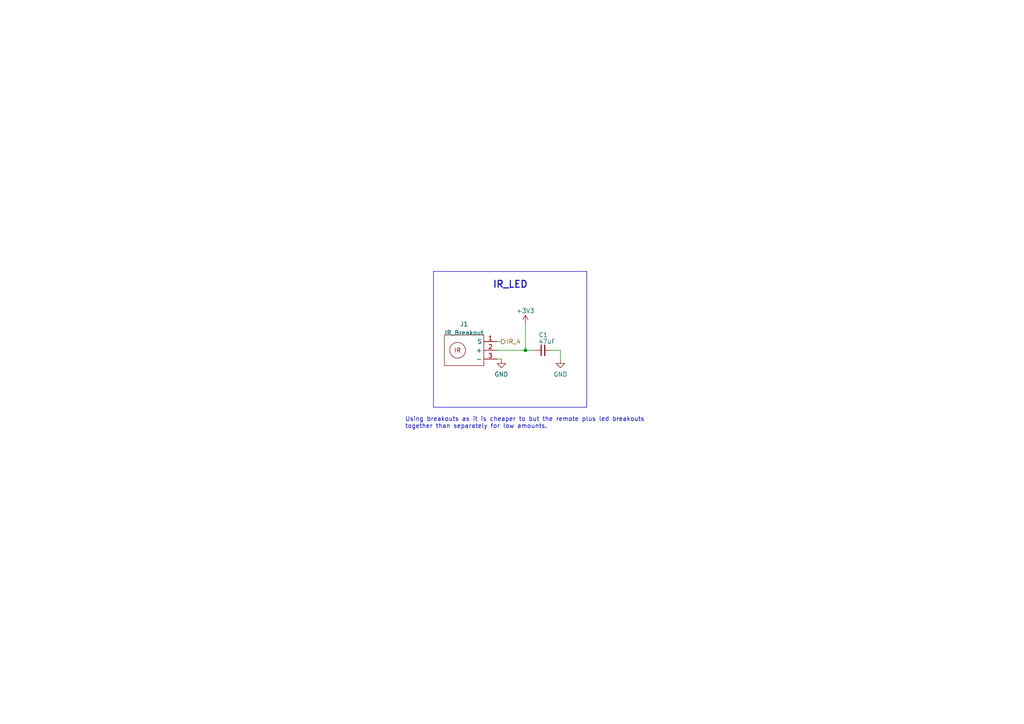
<source format=kicad_sch>
(kicad_sch (version 20230121) (generator eeschema)

  (uuid 7fa7e402-f19c-4422-811a-1049dfb06518)

  (paper "A4")

  (lib_symbols
    (symbol "Device:C_Small" (pin_numbers hide) (pin_names (offset 0.254) hide) (in_bom yes) (on_board yes)
      (property "Reference" "C" (at 0.254 1.778 0)
        (effects (font (size 1.27 1.27)) (justify left))
      )
      (property "Value" "C_Small" (at 0.254 -2.032 0)
        (effects (font (size 1.27 1.27)) (justify left))
      )
      (property "Footprint" "" (at 0 0 0)
        (effects (font (size 1.27 1.27)) hide)
      )
      (property "Datasheet" "~" (at 0 0 0)
        (effects (font (size 1.27 1.27)) hide)
      )
      (property "ki_keywords" "capacitor cap" (at 0 0 0)
        (effects (font (size 1.27 1.27)) hide)
      )
      (property "ki_description" "Unpolarized capacitor, small symbol" (at 0 0 0)
        (effects (font (size 1.27 1.27)) hide)
      )
      (property "ki_fp_filters" "C_*" (at 0 0 0)
        (effects (font (size 1.27 1.27)) hide)
      )
      (symbol "C_Small_0_1"
        (polyline
          (pts
            (xy -1.524 -0.508)
            (xy 1.524 -0.508)
          )
          (stroke (width 0.3302) (type default))
          (fill (type none))
        )
        (polyline
          (pts
            (xy -1.524 0.508)
            (xy 1.524 0.508)
          )
          (stroke (width 0.3048) (type default))
          (fill (type none))
        )
      )
      (symbol "C_Small_1_1"
        (pin passive line (at 0 2.54 270) (length 2.032)
          (name "~" (effects (font (size 1.27 1.27))))
          (number "1" (effects (font (size 1.27 1.27))))
        )
        (pin passive line (at 0 -2.54 90) (length 2.032)
          (name "~" (effects (font (size 1.27 1.27))))
          (number "2" (effects (font (size 1.27 1.27))))
        )
      )
    )
    (symbol "IR_Breakout_1" (in_bom yes) (on_board yes)
      (property "Reference" "J" (at 6.985 -1.27 0)
        (effects (font (size 1.27 1.27)))
      )
      (property "Value" "IR_Breakout" (at 6.985 -3.175 0)
        (effects (font (size 1.27 1.27)))
      )
      (property "Footprint" "0000:IR_Breakout" (at 6.985 -3.175 0)
        (effects (font (size 1.27 1.27)) hide)
      )
      (property "Datasheet" "" (at 6.985 -2.54 0)
        (effects (font (size 1.27 1.27)) hide)
      )
      (symbol "IR_Breakout_1_0_0"
        (text "IR" (at 5.08 -8.89 0)
          (effects (font (size 1.27 1.27)))
        )
      )
      (symbol "IR_Breakout_1_0_1"
        (circle (center 5.08 -8.89) (radius 2.2895)
          (stroke (width 0) (type default))
          (fill (type none))
        )
        (rectangle (start 12.7 -13.335) (end 1.27 -4.445)
          (stroke (width 0) (type default))
          (fill (type none))
        )
      )
      (symbol "IR_Breakout_1_1_1"
        (pin passive line (at 16.51 -6.35 180) (length 3.81)
          (name "S" (effects (font (size 1.27 1.27))))
          (number "1" (effects (font (size 1.27 1.27))))
        )
        (pin passive line (at 16.51 -8.89 180) (length 3.81)
          (name "+" (effects (font (size 1.27 1.27))))
          (number "2" (effects (font (size 1.27 1.27))))
        )
        (pin passive line (at 16.51 -11.43 180) (length 3.81)
          (name "-" (effects (font (size 1.27 1.27))))
          (number "3" (effects (font (size 1.27 1.27))))
        )
      )
    )
    (symbol "power:+3V3" (power) (pin_names (offset 0)) (in_bom yes) (on_board yes)
      (property "Reference" "#PWR" (at 0 -3.81 0)
        (effects (font (size 1.27 1.27)) hide)
      )
      (property "Value" "+3V3" (at 0 3.556 0)
        (effects (font (size 1.27 1.27)))
      )
      (property "Footprint" "" (at 0 0 0)
        (effects (font (size 1.27 1.27)) hide)
      )
      (property "Datasheet" "" (at 0 0 0)
        (effects (font (size 1.27 1.27)) hide)
      )
      (property "ki_keywords" "global power" (at 0 0 0)
        (effects (font (size 1.27 1.27)) hide)
      )
      (property "ki_description" "Power symbol creates a global label with name \"+3V3\"" (at 0 0 0)
        (effects (font (size 1.27 1.27)) hide)
      )
      (symbol "+3V3_0_1"
        (polyline
          (pts
            (xy -0.762 1.27)
            (xy 0 2.54)
          )
          (stroke (width 0) (type default))
          (fill (type none))
        )
        (polyline
          (pts
            (xy 0 0)
            (xy 0 2.54)
          )
          (stroke (width 0) (type default))
          (fill (type none))
        )
        (polyline
          (pts
            (xy 0 2.54)
            (xy 0.762 1.27)
          )
          (stroke (width 0) (type default))
          (fill (type none))
        )
      )
      (symbol "+3V3_1_1"
        (pin power_in line (at 0 0 90) (length 0) hide
          (name "+3V3" (effects (font (size 1.27 1.27))))
          (number "1" (effects (font (size 1.27 1.27))))
        )
      )
    )
    (symbol "power:GND" (power) (pin_names (offset 0)) (in_bom yes) (on_board yes)
      (property "Reference" "#PWR" (at 0 -6.35 0)
        (effects (font (size 1.27 1.27)) hide)
      )
      (property "Value" "GND" (at 0 -3.81 0)
        (effects (font (size 1.27 1.27)))
      )
      (property "Footprint" "" (at 0 0 0)
        (effects (font (size 1.27 1.27)) hide)
      )
      (property "Datasheet" "" (at 0 0 0)
        (effects (font (size 1.27 1.27)) hide)
      )
      (property "ki_keywords" "global power" (at 0 0 0)
        (effects (font (size 1.27 1.27)) hide)
      )
      (property "ki_description" "Power symbol creates a global label with name \"GND\" , ground" (at 0 0 0)
        (effects (font (size 1.27 1.27)) hide)
      )
      (symbol "GND_0_1"
        (polyline
          (pts
            (xy 0 0)
            (xy 0 -1.27)
            (xy 1.27 -1.27)
            (xy 0 -2.54)
            (xy -1.27 -1.27)
            (xy 0 -1.27)
          )
          (stroke (width 0) (type default))
          (fill (type none))
        )
      )
      (symbol "GND_1_1"
        (pin power_in line (at 0 0 270) (length 0) hide
          (name "GND" (effects (font (size 1.27 1.27))))
          (number "1" (effects (font (size 1.27 1.27))))
        )
      )
    )
  )

  (junction (at 152.4 101.6) (diameter 0) (color 0 0 0 0)
    (uuid c661365c-eccb-4b01-969b-810708db35fd)
  )

  (wire (pts (xy 162.56 101.6) (xy 162.56 104.14))
    (stroke (width 0) (type default))
    (uuid 10af84dc-1acb-49e6-81aa-aebd58a7cadb)
  )
  (wire (pts (xy 144.145 104.14) (xy 145.415 104.14))
    (stroke (width 0) (type default))
    (uuid 3f3381f7-6b11-4c76-b87e-40fd71eb834e)
  )
  (polyline (pts (xy 125.73 118.11) (xy 125.73 78.74))
    (stroke (width 0) (type default))
    (uuid 4c44f94a-1cea-447c-b0da-e8a01f6ba841)
  )
  (polyline (pts (xy 170.18 78.74) (xy 170.18 118.11))
    (stroke (width 0) (type default))
    (uuid 6c155d4d-bde6-4782-846d-81e3404aeab1)
  )

  (wire (pts (xy 160.02 101.6) (xy 162.56 101.6))
    (stroke (width 0) (type default))
    (uuid 6cb31996-949c-411a-b476-4e4a7de58f46)
  )
  (polyline (pts (xy 170.18 118.11) (xy 125.73 118.11))
    (stroke (width 0) (type default))
    (uuid 7f1874c2-2523-4288-8d9e-009795c5a0c2)
  )
  (polyline (pts (xy 125.73 78.74) (xy 170.18 78.74))
    (stroke (width 0) (type default))
    (uuid 8dc0a9cc-2e01-4c35-b786-0669a042913a)
  )

  (wire (pts (xy 152.4 101.6) (xy 154.94 101.6))
    (stroke (width 0) (type default))
    (uuid a4a8c9ca-2e3b-4310-b3b4-1e40227fdd60)
  )
  (wire (pts (xy 145.415 99.06) (xy 144.145 99.06))
    (stroke (width 0) (type default))
    (uuid af57221b-9840-4d00-8347-ebd83b135567)
  )
  (wire (pts (xy 144.145 101.6) (xy 152.4 101.6))
    (stroke (width 0) (type default))
    (uuid ddb3649a-3458-49ec-937d-307838af3a55)
  )
  (wire (pts (xy 152.4 93.98) (xy 152.4 101.6))
    (stroke (width 0) (type default))
    (uuid e8687685-a008-452d-82cd-4199630cd6d1)
  )

  (text "IR_LED" (at 142.875 83.82 0)
    (effects (font (size 2 2) (thickness 0.3) bold) (justify left bottom))
    (uuid 0f53c8ce-9b12-4013-8ce1-af798a70832e)
  )
  (text "Using breakouts as it is cheaper to but the remote plus led breakouts\ntogether than separately for low amounts."
    (at 117.475 124.46 0)
    (effects (font (size 1.27 1.27)) (justify left bottom))
    (uuid 99065d24-6613-4984-a02d-4f4d52977821)
  )

  (hierarchical_label "IR_4" (shape output) (at 145.415 99.06 0) (fields_autoplaced)
    (effects (font (size 1.27 1.27)) (justify left))
    (uuid 92c520e3-a345-4612-8766-66e317f3bebf)
  )

  (symbol (lib_id "power:+3V3") (at 152.4 93.98 0) (unit 1)
    (in_bom yes) (on_board yes) (dnp no) (fields_autoplaced)
    (uuid 6fa85509-11ce-471a-9ea4-7e9b4b4de003)
    (property "Reference" "#PWR018" (at 152.4 97.79 0)
      (effects (font (size 1.27 1.27)) hide)
    )
    (property "Value" "+3V3" (at 152.4 90.17 0)
      (effects (font (size 1.27 1.27)))
    )
    (property "Footprint" "" (at 152.4 93.98 0)
      (effects (font (size 1.27 1.27)) hide)
    )
    (property "Datasheet" "" (at 152.4 93.98 0)
      (effects (font (size 1.27 1.27)) hide)
    )
    (pin "1" (uuid fb667d28-766f-47da-8040-af694ae810bc))
    (instances
      (project "MoodLamp"
        (path "/e63e39d7-6ac0-4ffd-8aa3-1841a4541b55"
          (reference "#PWR018") (unit 1)
        )
        (path "/e63e39d7-6ac0-4ffd-8aa3-1841a4541b55/d6a4d5f0-3016-4457-9f88-ed03f1b04f5e"
          (reference "#PWR02") (unit 1)
        )
      )
    )
  )

  (symbol (lib_id "power:GND") (at 162.56 104.14 0) (unit 1)
    (in_bom yes) (on_board yes) (dnp no) (fields_autoplaced)
    (uuid 98549904-38cc-4919-9a83-3f1630d51167)
    (property "Reference" "#PWR02" (at 162.56 110.49 0)
      (effects (font (size 1.27 1.27)) hide)
    )
    (property "Value" "GND" (at 162.56 108.585 0)
      (effects (font (size 1.27 1.27)))
    )
    (property "Footprint" "" (at 162.56 104.14 0)
      (effects (font (size 1.27 1.27)) hide)
    )
    (property "Datasheet" "" (at 162.56 104.14 0)
      (effects (font (size 1.27 1.27)) hide)
    )
    (pin "1" (uuid f29d529e-22e3-40e4-80f7-836dd8a4662b))
    (instances
      (project "MoodLamp"
        (path "/e63e39d7-6ac0-4ffd-8aa3-1841a4541b55"
          (reference "#PWR02") (unit 1)
        )
        (path "/e63e39d7-6ac0-4ffd-8aa3-1841a4541b55/d6a4d5f0-3016-4457-9f88-ed03f1b04f5e"
          (reference "#PWR018") (unit 1)
        )
      )
    )
  )

  (symbol (lib_id "power:GND") (at 145.415 104.14 0) (unit 1)
    (in_bom yes) (on_board yes) (dnp no) (fields_autoplaced)
    (uuid a93cd1ac-4297-412a-bb43-44c2d934fddc)
    (property "Reference" "#PWR01" (at 145.415 110.49 0)
      (effects (font (size 1.27 1.27)) hide)
    )
    (property "Value" "GND" (at 145.415 108.585 0)
      (effects (font (size 1.27 1.27)))
    )
    (property "Footprint" "" (at 145.415 104.14 0)
      (effects (font (size 1.27 1.27)) hide)
    )
    (property "Datasheet" "" (at 145.415 104.14 0)
      (effects (font (size 1.27 1.27)) hide)
    )
    (pin "1" (uuid a5673200-38e6-4a31-960d-8217078359ab))
    (instances
      (project "MoodLamp"
        (path "/e63e39d7-6ac0-4ffd-8aa3-1841a4541b55"
          (reference "#PWR01") (unit 1)
        )
        (path "/e63e39d7-6ac0-4ffd-8aa3-1841a4541b55/d6a4d5f0-3016-4457-9f88-ed03f1b04f5e"
          (reference "#PWR01") (unit 1)
        )
      )
    )
  )

  (symbol (lib_name "IR_Breakout_1") (lib_id "0000:IR_Breakout") (at 127.635 92.71 0) (unit 1)
    (in_bom yes) (on_board yes) (dnp no) (fields_autoplaced)
    (uuid eb7b2f52-6263-4fc5-8fd0-b4d91e706b03)
    (property "Reference" "J1" (at 134.62 93.98 0)
      (effects (font (size 1.27 1.27)))
    )
    (property "Value" "IR_Breakout" (at 134.62 96.52 0)
      (effects (font (size 1.27 1.27)))
    )
    (property "Footprint" "0000:IR_Breakout" (at 134.62 95.25 0)
      (effects (font (size 1.27 1.27)) hide)
    )
    (property "Datasheet" "" (at 134.62 95.25 0)
      (effects (font (size 1.27 1.27)) hide)
    )
    (pin "1" (uuid abffdcd1-6a37-49b5-9a50-cad41256bfad))
    (pin "2" (uuid fab21e94-27b2-4b07-afec-1534774a430e))
    (pin "3" (uuid 0f00a9aa-ff47-4435-9530-185c6233f531))
    (instances
      (project "MoodLamp"
        (path "/e63e39d7-6ac0-4ffd-8aa3-1841a4541b55"
          (reference "J1") (unit 1)
        )
        (path "/e63e39d7-6ac0-4ffd-8aa3-1841a4541b55/d6a4d5f0-3016-4457-9f88-ed03f1b04f5e"
          (reference "J1") (unit 1)
        )
      )
    )
  )

  (symbol (lib_id "Device:C_Small") (at 157.48 101.6 90) (unit 1)
    (in_bom yes) (on_board yes) (dnp no)
    (uuid f673cc83-b6fd-412b-b37b-3d35cb81e22f)
    (property "Reference" "C1" (at 156.21 97.155 90)
      (effects (font (size 1.27 1.27)) (justify right))
    )
    (property "Value" "47uF" (at 156.21 99.06 90)
      (effects (font (size 1.27 1.27)) (justify right))
    )
    (property "Footprint" "Capacitor_SMD:C_0805_2012Metric" (at 157.48 101.6 0)
      (effects (font (size 1.27 1.27)) hide)
    )
    (property "Datasheet" "~" (at 157.48 101.6 0)
      (effects (font (size 1.27 1.27)) hide)
    )
    (property "MPN" "CL21A476MQYNNNE" (at 157.48 101.6 0)
      (effects (font (size 1.27 1.27)) hide)
    )
    (property "Vendor" "JLCPCB" (at 157.48 101.6 0)
      (effects (font (size 1.27 1.27)) hide)
    )
    (pin "1" (uuid aea000a9-a253-462d-a190-5a817bbb4ee5))
    (pin "2" (uuid 7364a750-9818-44ac-b428-e74d4dfd4a90))
    (instances
      (project "MoodLamp"
        (path "/e63e39d7-6ac0-4ffd-8aa3-1841a4541b55"
          (reference "C1") (unit 1)
        )
        (path "/e63e39d7-6ac0-4ffd-8aa3-1841a4541b55/d6a4d5f0-3016-4457-9f88-ed03f1b04f5e"
          (reference "C1") (unit 1)
        )
      )
    )
  )
)

</source>
